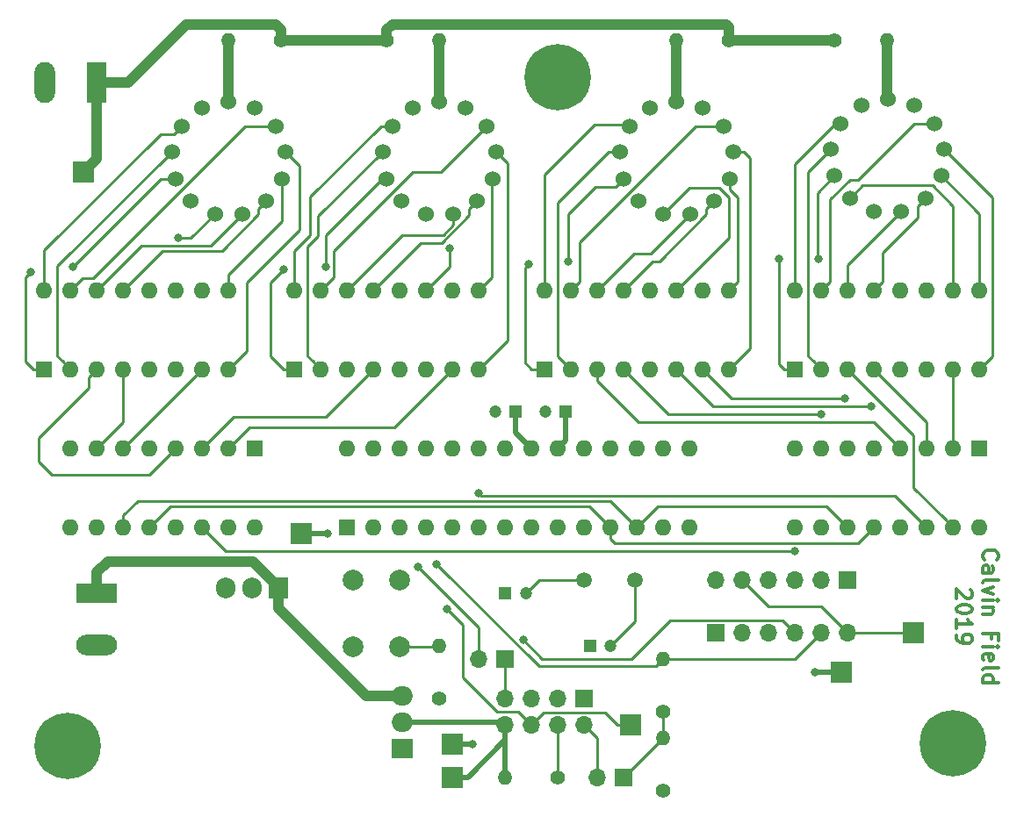
<source format=gbr>
G04 #@! TF.GenerationSoftware,KiCad,Pcbnew,(5.1.2)-1*
G04 #@! TF.CreationDate,2019-05-20T20:05:41-05:00*
G04 #@! TF.ProjectId,Nixie Tube Clock,4e697869-6520-4547-9562-6520436c6f63,rev?*
G04 #@! TF.SameCoordinates,Original*
G04 #@! TF.FileFunction,Copper,L1,Top*
G04 #@! TF.FilePolarity,Positive*
%FSLAX46Y46*%
G04 Gerber Fmt 4.6, Leading zero omitted, Abs format (unit mm)*
G04 Created by KiCad (PCBNEW (5.1.2)-1) date 2019-05-20 20:05:41*
%MOMM*%
%LPD*%
G04 APERTURE LIST*
%ADD10C,0.300000*%
%ADD11C,1.200000*%
%ADD12R,1.200000X1.200000*%
%ADD13R,1.700000X1.700000*%
%ADD14O,1.700000X1.700000*%
%ADD15O,3.960000X1.980000*%
%ADD16R,3.960000X1.980000*%
%ADD17R,1.980000X3.960000*%
%ADD18O,1.980000X3.960000*%
%ADD19C,1.524000*%
%ADD20C,1.400000*%
%ADD21O,1.400000X1.400000*%
%ADD22C,2.000000*%
%ADD23R,1.600000X1.600000*%
%ADD24O,1.600000X1.600000*%
%ADD25O,1.905000X2.000000*%
%ADD26R,1.905000X2.000000*%
%ADD27R,2.000000X1.905000*%
%ADD28O,2.000000X1.905000*%
%ADD29C,1.500000*%
%ADD30C,6.400000*%
%ADD31C,0.800000*%
%ADD32R,2.000000X2.000000*%
%ADD33C,0.500000*%
%ADD34C,0.250000*%
%ADD35C,1.000000*%
G04 APERTURE END LIST*
D10*
X109705285Y-70446000D02*
X109633857Y-70374571D01*
X109562428Y-70160285D01*
X109562428Y-70017428D01*
X109633857Y-69803142D01*
X109776714Y-69660285D01*
X109919571Y-69588857D01*
X110205285Y-69517428D01*
X110419571Y-69517428D01*
X110705285Y-69588857D01*
X110848142Y-69660285D01*
X110991000Y-69803142D01*
X111062428Y-70017428D01*
X111062428Y-70160285D01*
X110991000Y-70374571D01*
X110919571Y-70446000D01*
X109562428Y-71731714D02*
X110348142Y-71731714D01*
X110491000Y-71660285D01*
X110562428Y-71517428D01*
X110562428Y-71231714D01*
X110491000Y-71088857D01*
X109633857Y-71731714D02*
X109562428Y-71588857D01*
X109562428Y-71231714D01*
X109633857Y-71088857D01*
X109776714Y-71017428D01*
X109919571Y-71017428D01*
X110062428Y-71088857D01*
X110133857Y-71231714D01*
X110133857Y-71588857D01*
X110205285Y-71731714D01*
X109562428Y-72660285D02*
X109633857Y-72517428D01*
X109776714Y-72446000D01*
X111062428Y-72446000D01*
X110562428Y-73088857D02*
X109562428Y-73446000D01*
X110562428Y-73803142D01*
X109562428Y-74374571D02*
X110562428Y-74374571D01*
X111062428Y-74374571D02*
X110991000Y-74303142D01*
X110919571Y-74374571D01*
X110991000Y-74446000D01*
X111062428Y-74374571D01*
X110919571Y-74374571D01*
X110562428Y-75088857D02*
X109562428Y-75088857D01*
X110419571Y-75088857D02*
X110491000Y-75160285D01*
X110562428Y-75303142D01*
X110562428Y-75517428D01*
X110491000Y-75660285D01*
X110348142Y-75731714D01*
X109562428Y-75731714D01*
X110348142Y-78088857D02*
X110348142Y-77588857D01*
X109562428Y-77588857D02*
X111062428Y-77588857D01*
X111062428Y-78303142D01*
X109562428Y-78874571D02*
X110562428Y-78874571D01*
X111062428Y-78874571D02*
X110991000Y-78803142D01*
X110919571Y-78874571D01*
X110991000Y-78946000D01*
X111062428Y-78874571D01*
X110919571Y-78874571D01*
X109633857Y-80160285D02*
X109562428Y-80017428D01*
X109562428Y-79731714D01*
X109633857Y-79588857D01*
X109776714Y-79517428D01*
X110348142Y-79517428D01*
X110491000Y-79588857D01*
X110562428Y-79731714D01*
X110562428Y-80017428D01*
X110491000Y-80160285D01*
X110348142Y-80231714D01*
X110205285Y-80231714D01*
X110062428Y-79517428D01*
X109562428Y-81088857D02*
X109633857Y-80946000D01*
X109776714Y-80874571D01*
X111062428Y-80874571D01*
X109562428Y-82303142D02*
X111062428Y-82303142D01*
X109633857Y-82303142D02*
X109562428Y-82160285D01*
X109562428Y-81874571D01*
X109633857Y-81731714D01*
X109705285Y-81660285D01*
X109848142Y-81588857D01*
X110276714Y-81588857D01*
X110419571Y-81660285D01*
X110491000Y-81731714D01*
X110562428Y-81874571D01*
X110562428Y-82160285D01*
X110491000Y-82303142D01*
X108369571Y-73374571D02*
X108441000Y-73446000D01*
X108512428Y-73588857D01*
X108512428Y-73946000D01*
X108441000Y-74088857D01*
X108369571Y-74160285D01*
X108226714Y-74231714D01*
X108083857Y-74231714D01*
X107869571Y-74160285D01*
X107012428Y-73303142D01*
X107012428Y-74231714D01*
X108512428Y-75160285D02*
X108512428Y-75303142D01*
X108441000Y-75446000D01*
X108369571Y-75517428D01*
X108226714Y-75588857D01*
X107941000Y-75660285D01*
X107583857Y-75660285D01*
X107298142Y-75588857D01*
X107155285Y-75517428D01*
X107083857Y-75446000D01*
X107012428Y-75303142D01*
X107012428Y-75160285D01*
X107083857Y-75017428D01*
X107155285Y-74946000D01*
X107298142Y-74874571D01*
X107583857Y-74803142D01*
X107941000Y-74803142D01*
X108226714Y-74874571D01*
X108369571Y-74946000D01*
X108441000Y-75017428D01*
X108512428Y-75160285D01*
X107012428Y-77088857D02*
X107012428Y-76231714D01*
X107012428Y-76660285D02*
X108512428Y-76660285D01*
X108298142Y-76517428D01*
X108155285Y-76374571D01*
X108083857Y-76231714D01*
X107012428Y-77803142D02*
X107012428Y-78088857D01*
X107083857Y-78231714D01*
X107155285Y-78303142D01*
X107369571Y-78446000D01*
X107655285Y-78517428D01*
X108226714Y-78517428D01*
X108369571Y-78446000D01*
X108441000Y-78374571D01*
X108512428Y-78231714D01*
X108512428Y-77946000D01*
X108441000Y-77803142D01*
X108369571Y-77731714D01*
X108226714Y-77660285D01*
X107869571Y-77660285D01*
X107726714Y-77731714D01*
X107655285Y-77803142D01*
X107583857Y-77946000D01*
X107583857Y-78231714D01*
X107655285Y-78374571D01*
X107726714Y-78446000D01*
X107869571Y-78517428D01*
D11*
X67342000Y-56134000D03*
D12*
X69342000Y-56134000D03*
D13*
X83820000Y-77470000D03*
D14*
X86360000Y-77470000D03*
X88900000Y-77470000D03*
X91440000Y-77470000D03*
X93980000Y-77470000D03*
X96520000Y-77470000D03*
X83820000Y-72390000D03*
X86360000Y-72390000D03*
X88900000Y-72390000D03*
X91440000Y-72390000D03*
X93980000Y-72390000D03*
D13*
X96520000Y-72390000D03*
D15*
X24130000Y-78660000D03*
D16*
X24130000Y-73660000D03*
D17*
X24130000Y-24384000D03*
D18*
X19130000Y-24384000D03*
D13*
X71120000Y-83820000D03*
D14*
X71120000Y-86360000D03*
X68580000Y-83820000D03*
X68580000Y-86360000D03*
X66040000Y-83820000D03*
X66040000Y-86360000D03*
X63500000Y-83820000D03*
X63500000Y-86360000D03*
D13*
X74930000Y-91440000D03*
D14*
X72390000Y-91440000D03*
D13*
X63500000Y-80010000D03*
D14*
X60960000Y-80010000D03*
D19*
X97825000Y-26630000D03*
X95232000Y-33439000D03*
X96729000Y-35606000D03*
X94916000Y-30827000D03*
X95848730Y-28366000D03*
X102925000Y-26630000D03*
X105518000Y-33439000D03*
X99060000Y-36830000D03*
X101692000Y-36830000D03*
X104022000Y-35606000D03*
X105834000Y-30827000D03*
X104901270Y-28366000D03*
X100375000Y-25990000D03*
X80010000Y-26250000D03*
X84536270Y-28626000D03*
X85469000Y-31087000D03*
X83657000Y-35866000D03*
X81327000Y-37090000D03*
X78695000Y-37090000D03*
X85153000Y-33699000D03*
X82560000Y-26890000D03*
X75483730Y-28626000D03*
X74551000Y-31087000D03*
X76364000Y-35866000D03*
X74867000Y-33699000D03*
X77460000Y-26890000D03*
X57150000Y-26250000D03*
X61676270Y-28626000D03*
X62609000Y-31087000D03*
X60797000Y-35866000D03*
X58467000Y-37090000D03*
X55835000Y-37090000D03*
X62293000Y-33699000D03*
X59700000Y-26890000D03*
X52623730Y-28626000D03*
X51691000Y-31087000D03*
X53504000Y-35866000D03*
X52007000Y-33699000D03*
X54600000Y-26890000D03*
X34280000Y-26890000D03*
X31687000Y-33699000D03*
X33184000Y-35866000D03*
X31371000Y-31087000D03*
X32303730Y-28626000D03*
X39380000Y-26890000D03*
X41973000Y-33699000D03*
X35515000Y-37090000D03*
X38147000Y-37090000D03*
X40477000Y-35866000D03*
X42289000Y-31087000D03*
X41356270Y-28626000D03*
X36830000Y-26250000D03*
D20*
X57150000Y-83820000D03*
D21*
X57150000Y-78740000D03*
D20*
X78740000Y-85090000D03*
D21*
X78740000Y-80010000D03*
X78740000Y-87630000D03*
D20*
X78740000Y-92710000D03*
X95250000Y-20320000D03*
D21*
X100330000Y-20320000D03*
X80010000Y-20320000D03*
D20*
X85090000Y-20320000D03*
X52070000Y-20320000D03*
D21*
X57150000Y-20320000D03*
X36830000Y-20320000D03*
D20*
X41910000Y-20320000D03*
D22*
X48840000Y-72390000D03*
X53340000Y-72390000D03*
X48840000Y-78890000D03*
X53340000Y-78890000D03*
D23*
X48260000Y-67310000D03*
D24*
X81280000Y-59690000D03*
X50800000Y-67310000D03*
X78740000Y-59690000D03*
X53340000Y-67310000D03*
X76200000Y-59690000D03*
X55880000Y-67310000D03*
X73660000Y-59690000D03*
X58420000Y-67310000D03*
X71120000Y-59690000D03*
X60960000Y-67310000D03*
X68580000Y-59690000D03*
X63500000Y-67310000D03*
X66040000Y-59690000D03*
X66040000Y-67310000D03*
X63500000Y-59690000D03*
X68580000Y-67310000D03*
X60960000Y-59690000D03*
X71120000Y-67310000D03*
X58420000Y-59690000D03*
X73660000Y-67310000D03*
X55880000Y-59690000D03*
X76200000Y-67310000D03*
X53340000Y-59690000D03*
X78740000Y-67310000D03*
X50800000Y-59690000D03*
X81280000Y-67310000D03*
X48260000Y-59690000D03*
D25*
X36576000Y-73152000D03*
X39116000Y-73152000D03*
D26*
X41656000Y-73152000D03*
D27*
X53594000Y-88646000D03*
D28*
X53594000Y-86106000D03*
X53594000Y-83566000D03*
D23*
X109220000Y-59690000D03*
D24*
X91440000Y-67310000D03*
X106680000Y-59690000D03*
X93980000Y-67310000D03*
X104140000Y-59690000D03*
X96520000Y-67310000D03*
X101600000Y-59690000D03*
X99060000Y-67310000D03*
X99060000Y-59690000D03*
X101600000Y-67310000D03*
X96520000Y-59690000D03*
X104140000Y-67310000D03*
X93980000Y-59690000D03*
X106680000Y-67310000D03*
X91440000Y-59690000D03*
X109220000Y-67310000D03*
X91440000Y-44450000D03*
X109220000Y-52070000D03*
X93980000Y-44450000D03*
X106680000Y-52070000D03*
X96520000Y-44450000D03*
X104140000Y-52070000D03*
X99060000Y-44450000D03*
X101600000Y-52070000D03*
X101600000Y-44450000D03*
X99060000Y-52070000D03*
X104140000Y-44450000D03*
X96520000Y-52070000D03*
X106680000Y-44450000D03*
X93980000Y-52070000D03*
X109220000Y-44450000D03*
D23*
X91440000Y-52070000D03*
D24*
X67310000Y-44450000D03*
X85090000Y-52070000D03*
X69850000Y-44450000D03*
X82550000Y-52070000D03*
X72390000Y-44450000D03*
X80010000Y-52070000D03*
X74930000Y-44450000D03*
X77470000Y-52070000D03*
X77470000Y-44450000D03*
X74930000Y-52070000D03*
X80010000Y-44450000D03*
X72390000Y-52070000D03*
X82550000Y-44450000D03*
X69850000Y-52070000D03*
X85090000Y-44450000D03*
D23*
X67310000Y-52070000D03*
D24*
X39370000Y-67310000D03*
X21590000Y-59690000D03*
X36830000Y-67310000D03*
X24130000Y-59690000D03*
X34290000Y-67310000D03*
X26670000Y-59690000D03*
X31750000Y-67310000D03*
X29210000Y-59690000D03*
X29210000Y-67310000D03*
X31750000Y-59690000D03*
X26670000Y-67310000D03*
X34290000Y-59690000D03*
X24130000Y-67310000D03*
X36830000Y-59690000D03*
X21590000Y-67310000D03*
D23*
X39370000Y-59690000D03*
X43180000Y-52070000D03*
D24*
X60960000Y-44450000D03*
X45720000Y-52070000D03*
X58420000Y-44450000D03*
X48260000Y-52070000D03*
X55880000Y-44450000D03*
X50800000Y-52070000D03*
X53340000Y-44450000D03*
X53340000Y-52070000D03*
X50800000Y-44450000D03*
X55880000Y-52070000D03*
X48260000Y-44450000D03*
X58420000Y-52070000D03*
X45720000Y-44450000D03*
X60960000Y-52070000D03*
X43180000Y-44450000D03*
D23*
X19050000Y-52070000D03*
D24*
X36830000Y-44450000D03*
X21590000Y-52070000D03*
X34290000Y-44450000D03*
X24130000Y-52070000D03*
X31750000Y-44450000D03*
X26670000Y-52070000D03*
X29210000Y-44450000D03*
X29210000Y-52070000D03*
X26670000Y-44450000D03*
X31750000Y-52070000D03*
X24130000Y-44450000D03*
X34290000Y-52070000D03*
X21590000Y-44450000D03*
X36830000Y-52070000D03*
X19050000Y-44450000D03*
D29*
X71120000Y-72390000D03*
X76000000Y-72390000D03*
D20*
X68580000Y-91440000D03*
D21*
X63500000Y-91440000D03*
D12*
X63500000Y-73660000D03*
D11*
X65500000Y-73660000D03*
D12*
X64516000Y-56134000D03*
D11*
X62516000Y-56134000D03*
D12*
X71660000Y-78740000D03*
D11*
X73660000Y-78740000D03*
D30*
X21336000Y-88392000D03*
D31*
X23736000Y-88392000D03*
X23033056Y-90089056D03*
X21336000Y-90792000D03*
X19638944Y-90089056D03*
X18936000Y-88392000D03*
X19638944Y-86694944D03*
X21336000Y-85992000D03*
X23033056Y-86694944D03*
D30*
X106680000Y-88138000D03*
D31*
X109080000Y-88138000D03*
X108377056Y-89835056D03*
X106680000Y-90538000D03*
X104982944Y-89835056D03*
X104280000Y-88138000D03*
X104982944Y-86440944D03*
X106680000Y-85738000D03*
X108377056Y-86440944D03*
X70277056Y-22178944D03*
X68580000Y-21476000D03*
X66882944Y-22178944D03*
X66180000Y-23876000D03*
X66882944Y-25573056D03*
X68580000Y-26276000D03*
X70277056Y-25573056D03*
X70980000Y-23876000D03*
D30*
X68580000Y-23876000D03*
D32*
X102870000Y-77470000D03*
X43815000Y-67945000D03*
X22860000Y-33020000D03*
X95885000Y-81280000D03*
X58420000Y-88265000D03*
X75565000Y-86360000D03*
X58420000Y-91440000D03*
D31*
X93345000Y-81280000D03*
X60325000Y-88265000D03*
X55118000Y-71120000D03*
X65282653Y-78227347D03*
X56896000Y-70866000D03*
X46355000Y-67945000D03*
X57912000Y-75184000D03*
X93726000Y-41402000D03*
X89916000Y-41402000D03*
X69596000Y-41656000D03*
X65786000Y-41910000D03*
X58166000Y-40386000D03*
X46228000Y-42164000D03*
X42164000Y-42418000D03*
X21844000Y-42164000D03*
X17780000Y-42672000D03*
X32004000Y-39407000D03*
X60960000Y-64008000D03*
X91440000Y-69596000D03*
X98806000Y-55626000D03*
X96266000Y-54864000D03*
X93980000Y-56388000D03*
D33*
X95885000Y-81280000D02*
X93345000Y-81280000D01*
X64516000Y-58166000D02*
X66040000Y-59690000D01*
X64516000Y-56134000D02*
X64516000Y-58166000D01*
X69342000Y-58928000D02*
X68580000Y-59690000D01*
X69342000Y-56134000D02*
X69342000Y-58928000D01*
X58420000Y-88265000D02*
X60325000Y-88265000D01*
D34*
X66770000Y-72390000D02*
X71120000Y-72390000D01*
X65500000Y-73660000D02*
X66770000Y-72390000D01*
X76000000Y-76400000D02*
X76000000Y-72390000D01*
X73660000Y-78740000D02*
X76000000Y-76400000D01*
X60960000Y-80010000D02*
X60960000Y-76962000D01*
X60960000Y-76962000D02*
X55118000Y-71120000D01*
X67065306Y-80010000D02*
X65282653Y-78227347D01*
X75692000Y-80010000D02*
X67065306Y-80010000D01*
X79407001Y-76294999D02*
X75692000Y-80010000D01*
X91440000Y-77470000D02*
X90264999Y-76294999D01*
X90264999Y-76294999D02*
X79407001Y-76294999D01*
X66739999Y-80709999D02*
X78040001Y-80709999D01*
X78040001Y-80709999D02*
X78740000Y-80010000D01*
X56896000Y-70866000D02*
X66739999Y-80709999D01*
X91440000Y-80010000D02*
X78740000Y-80010000D01*
X93980000Y-77470000D02*
X91440000Y-80010000D01*
X57000000Y-78890000D02*
X57150000Y-78740000D01*
X53340000Y-78890000D02*
X57000000Y-78890000D01*
X87209999Y-73239999D02*
X86360000Y-72390000D01*
X88900000Y-74930000D02*
X87209999Y-73239999D01*
X96520000Y-77470000D02*
X93980000Y-74930000D01*
X93980000Y-74930000D02*
X88900000Y-74930000D01*
X101620000Y-77470000D02*
X96520000Y-77470000D01*
X102870000Y-77470000D02*
X101620000Y-77470000D01*
D35*
X24130000Y-71670000D02*
X25188000Y-70612000D01*
X24130000Y-73660000D02*
X24130000Y-71670000D01*
X41656000Y-73104500D02*
X41656000Y-73152000D01*
X39163500Y-70612000D02*
X41656000Y-73104500D01*
X25188000Y-70612000D02*
X39163500Y-70612000D01*
X41656000Y-75152000D02*
X41656000Y-73152000D01*
X50070000Y-83566000D02*
X41656000Y-75152000D01*
X53594000Y-83566000D02*
X50070000Y-83566000D01*
D33*
X43815000Y-67945000D02*
X46355000Y-67945000D01*
D35*
X41910000Y-20320000D02*
X52070000Y-20320000D01*
X95250000Y-20320000D02*
X85090000Y-20320000D01*
X41375949Y-18796000D02*
X32724000Y-18796000D01*
X41910000Y-20320000D02*
X41910000Y-19330051D01*
X41910000Y-19330051D02*
X41375949Y-18796000D01*
X85090000Y-19050000D02*
X85090000Y-20320000D01*
X84836000Y-18796000D02*
X85090000Y-19050000D01*
X52604051Y-18796000D02*
X84836000Y-18796000D01*
X52070000Y-20320000D02*
X52070000Y-19330051D01*
X52070000Y-19330051D02*
X52604051Y-18796000D01*
X27136000Y-24384000D02*
X24130000Y-24384000D01*
X32724000Y-18796000D02*
X27136000Y-24384000D01*
X24130000Y-31750000D02*
X22860000Y-33020000D01*
X24130000Y-24384000D02*
X24130000Y-31750000D01*
D34*
X68580000Y-90450051D02*
X68580000Y-86360000D01*
X68580000Y-91440000D02*
X68580000Y-90450051D01*
X59436000Y-76708000D02*
X57912000Y-75184000D01*
X59436000Y-81788000D02*
X59436000Y-76708000D01*
X62738000Y-85090000D02*
X59436000Y-81788000D01*
X66040000Y-86360000D02*
X64770000Y-85090000D01*
X64770000Y-85090000D02*
X62738000Y-85090000D01*
X66889999Y-85510001D02*
X66040000Y-86360000D01*
X67215001Y-85184999D02*
X66889999Y-85510001D01*
X73139999Y-85184999D02*
X67215001Y-85184999D01*
X74315000Y-86360000D02*
X73139999Y-85184999D01*
X75565000Y-86360000D02*
X74315000Y-86360000D01*
D33*
X63246000Y-86106000D02*
X63500000Y-86360000D01*
X53594000Y-86106000D02*
X63246000Y-86106000D01*
X63500000Y-87562081D02*
X63500000Y-86360000D01*
X63500000Y-87860000D02*
X63500000Y-87562081D01*
X59920000Y-91440000D02*
X63500000Y-87860000D01*
X58420000Y-91440000D02*
X59920000Y-91440000D01*
X63500000Y-86360000D02*
X63500000Y-91440000D01*
D34*
X78740000Y-86079949D02*
X78740000Y-87630000D01*
X78740000Y-85090000D02*
X78740000Y-86079949D01*
X78740000Y-87630000D02*
X74930000Y-91440000D01*
X95232000Y-33439000D02*
X93619000Y-35052000D01*
X93619000Y-35052000D02*
X93619000Y-41295000D01*
X93619000Y-41295000D02*
X93726000Y-41402000D01*
X90390000Y-52070000D02*
X91440000Y-52070000D01*
X89916000Y-51596000D02*
X90390000Y-52070000D01*
X89916000Y-41402000D02*
X89916000Y-51596000D01*
X106680000Y-43318630D02*
X106680000Y-44450000D01*
X106680000Y-36322000D02*
X106680000Y-43318630D01*
X104718881Y-34360881D02*
X106680000Y-36322000D01*
X96729000Y-35606000D02*
X97974119Y-34360881D01*
X97974119Y-34360881D02*
X104718881Y-34360881D01*
X93180001Y-51270001D02*
X93980000Y-52070000D01*
X92710000Y-50800000D02*
X93180001Y-51270001D01*
X94916000Y-30827000D02*
X92710000Y-33033000D01*
X92710000Y-33033000D02*
X92710000Y-50800000D01*
X91440000Y-32258000D02*
X91440000Y-44450000D01*
X95848730Y-28366000D02*
X95332000Y-28366000D01*
X95332000Y-28366000D02*
X91440000Y-32258000D01*
X109220000Y-37141000D02*
X109220000Y-44450000D01*
X105518000Y-33439000D02*
X109220000Y-37141000D01*
X96520000Y-42002000D02*
X96520000Y-44450000D01*
X101692000Y-36830000D02*
X96520000Y-42002000D01*
X99859999Y-43650001D02*
X99060000Y-44450000D01*
X99859999Y-40856001D02*
X99859999Y-43650001D01*
X103260001Y-37455999D02*
X99859999Y-40856001D01*
X104022000Y-35606000D02*
X103260001Y-36367999D01*
X103260001Y-36367999D02*
X103260001Y-37455999D01*
X110019999Y-51270001D02*
X109220000Y-52070000D01*
X110490000Y-50800000D02*
X110019999Y-51270001D01*
X105834000Y-30827000D02*
X110490000Y-35483000D01*
X110490000Y-35483000D02*
X110490000Y-50800000D01*
X94827119Y-43602881D02*
X93980000Y-44450000D01*
X94827119Y-35687000D02*
X94827119Y-43602881D01*
X96732119Y-33782000D02*
X94827119Y-35687000D01*
X97536000Y-33782000D02*
X96732119Y-33782000D01*
X104901270Y-28366000D02*
X102952000Y-28366000D01*
X102952000Y-28366000D02*
X97536000Y-33782000D01*
D35*
X100330000Y-25945000D02*
X100375000Y-25990000D01*
X100330000Y-20320000D02*
X100330000Y-25945000D01*
X80010000Y-20320000D02*
X80010000Y-26250000D01*
D34*
X70649999Y-43650001D02*
X69850000Y-44450000D01*
X70649999Y-39840001D02*
X70649999Y-43650001D01*
X84536270Y-28626000D02*
X81864000Y-28626000D01*
X81864000Y-28626000D02*
X70649999Y-39840001D01*
X87122000Y-50038000D02*
X85090000Y-52070000D01*
X87122000Y-31662370D02*
X87122000Y-50038000D01*
X85469000Y-31087000D02*
X86546630Y-31087000D01*
X86546630Y-31087000D02*
X87122000Y-31662370D01*
X82895001Y-37130761D02*
X78369762Y-41656000D01*
X83657000Y-35866000D02*
X82895001Y-36627999D01*
X82895001Y-36627999D02*
X82895001Y-37130761D01*
X77724000Y-41656000D02*
X74930000Y-44450000D01*
X78369762Y-41656000D02*
X77724000Y-41656000D01*
X80565001Y-37851999D02*
X81327000Y-37090000D01*
X77523000Y-40894000D02*
X80565001Y-37851999D01*
X72390000Y-44450000D02*
X75946000Y-40894000D01*
X75946000Y-40894000D02*
X77523000Y-40894000D01*
X80809999Y-43650001D02*
X80010000Y-44450000D01*
X85090000Y-39370000D02*
X80809999Y-43650001D01*
X85090000Y-35498119D02*
X85090000Y-39370000D01*
X84135881Y-34544000D02*
X85090000Y-35498119D01*
X78695000Y-37090000D02*
X81241000Y-34544000D01*
X81241000Y-34544000D02*
X84135881Y-34544000D01*
X85889999Y-43650001D02*
X85090000Y-44450000D01*
X85889999Y-35513629D02*
X85889999Y-43650001D01*
X85153000Y-34776630D02*
X85889999Y-35513629D01*
X85153000Y-33699000D02*
X85153000Y-34776630D01*
X67310000Y-33274000D02*
X67310000Y-44450000D01*
X72136000Y-28448000D02*
X67310000Y-33274000D01*
X75483730Y-28626000D02*
X75305730Y-28448000D01*
X75305730Y-28448000D02*
X72136000Y-28448000D01*
X73473370Y-31087000D02*
X68580000Y-35980370D01*
X74551000Y-31087000D02*
X73473370Y-31087000D01*
X68580000Y-50800000D02*
X69850000Y-52070000D01*
X68580000Y-35980370D02*
X68580000Y-50800000D01*
X74105001Y-34460999D02*
X72219001Y-34460999D01*
X74867000Y-33699000D02*
X74105001Y-34460999D01*
X72219001Y-34460999D02*
X69596000Y-37084000D01*
X69596000Y-37084000D02*
X69596000Y-41656000D01*
X65386001Y-42309999D02*
X65386001Y-51416001D01*
X65786000Y-41910000D02*
X65386001Y-42309999D01*
X66040000Y-52070000D02*
X67310000Y-52070000D01*
X65386001Y-51416001D02*
X66040000Y-52070000D01*
D35*
X57150000Y-20320000D02*
X57150000Y-26250000D01*
D34*
X46519999Y-43650001D02*
X45720000Y-44450000D01*
X46953001Y-43216999D02*
X46519999Y-43650001D01*
X46953001Y-40676999D02*
X46953001Y-43216999D01*
X54610000Y-33020000D02*
X46953001Y-40676999D01*
X61676270Y-28626000D02*
X57282270Y-33020000D01*
X57282270Y-33020000D02*
X54610000Y-33020000D01*
X63754000Y-49276000D02*
X60960000Y-52070000D01*
X62609000Y-31087000D02*
X63754000Y-32232000D01*
X63754000Y-32232000D02*
X63754000Y-49276000D01*
X60035001Y-37236039D02*
X57393040Y-39878000D01*
X60797000Y-35866000D02*
X60035001Y-36627999D01*
X60035001Y-36627999D02*
X60035001Y-37236039D01*
X55372000Y-39878000D02*
X50800000Y-44450000D01*
X57393040Y-39878000D02*
X55372000Y-39878000D01*
X58467000Y-38167630D02*
X57518630Y-39116000D01*
X58467000Y-37090000D02*
X58467000Y-38167630D01*
X53594000Y-39116000D02*
X48260000Y-44450000D01*
X57518630Y-39116000D02*
X53594000Y-39116000D01*
X58166000Y-42164000D02*
X55880000Y-44450000D01*
X58166000Y-40386000D02*
X58166000Y-42164000D01*
X61759999Y-43650001D02*
X60960000Y-44450000D01*
X62230000Y-43180000D02*
X61759999Y-43650001D01*
X62293000Y-33699000D02*
X62230000Y-33762000D01*
X62230000Y-33762000D02*
X62230000Y-43180000D01*
X51546100Y-28626000D02*
X52623730Y-28626000D01*
X44704000Y-35468100D02*
X51546100Y-28626000D01*
X44704000Y-39116000D02*
X44704000Y-35468100D01*
X43180000Y-44450000D02*
X43180000Y-40640000D01*
X43180000Y-40640000D02*
X44704000Y-39116000D01*
X44920001Y-51270001D02*
X45720000Y-52070000D01*
X44450000Y-50800000D02*
X44920001Y-51270001D01*
X44450000Y-40257590D02*
X44450000Y-50800000D01*
X45466000Y-39241590D02*
X44450000Y-40257590D01*
X51691000Y-31087000D02*
X45466000Y-37312000D01*
X45466000Y-37312000D02*
X45466000Y-39241590D01*
X42130000Y-52070000D02*
X43180000Y-52070000D01*
X40894000Y-50834000D02*
X42130000Y-52070000D01*
X40894000Y-43688000D02*
X40894000Y-50834000D01*
X42164000Y-42418000D02*
X40894000Y-43688000D01*
X46228000Y-39116000D02*
X46228000Y-42164000D01*
X51645000Y-33699000D02*
X46228000Y-39116000D01*
X52007000Y-33699000D02*
X51645000Y-33699000D01*
X31687000Y-33699000D02*
X30309000Y-33699000D01*
X30309000Y-33699000D02*
X21844000Y-42164000D01*
X18000000Y-52070000D02*
X19050000Y-52070000D01*
X17272000Y-51342000D02*
X18000000Y-52070000D01*
X17272000Y-43180000D02*
X17272000Y-51342000D01*
X17780000Y-42672000D02*
X17272000Y-43180000D01*
X20790001Y-51270001D02*
X21590000Y-52070000D01*
X20320000Y-50800000D02*
X20790001Y-51270001D01*
X31371000Y-31087000D02*
X20320000Y-42138000D01*
X20320000Y-42138000D02*
X20320000Y-50800000D01*
X19050000Y-43318630D02*
X19050000Y-44450000D01*
X19050000Y-40584619D02*
X19050000Y-43318630D01*
X30246620Y-29387999D02*
X19050000Y-40584619D01*
X32303730Y-28626000D02*
X31541731Y-29387999D01*
X31541731Y-29387999D02*
X30246620Y-29387999D01*
X36830000Y-42926000D02*
X36830000Y-44450000D01*
X41973000Y-33699000D02*
X41973000Y-37783000D01*
X41973000Y-37783000D02*
X36830000Y-42926000D01*
X35515000Y-37090000D02*
X33198000Y-39407000D01*
X33198000Y-39407000D02*
X32004000Y-39407000D01*
X28448000Y-40132000D02*
X24130000Y-44450000D01*
X38147000Y-37090000D02*
X35105000Y-40132000D01*
X35105000Y-40132000D02*
X28448000Y-40132000D01*
X39715001Y-37130761D02*
X36205762Y-40640000D01*
X40477000Y-35866000D02*
X39715001Y-36627999D01*
X39715001Y-36627999D02*
X39715001Y-37130761D01*
X30480000Y-40640000D02*
X26670000Y-44450000D01*
X36205762Y-40640000D02*
X30480000Y-40640000D01*
X43688000Y-32486000D02*
X43688000Y-38608000D01*
X42289000Y-31087000D02*
X43688000Y-32486000D01*
X43688000Y-38608000D02*
X38608000Y-43688000D01*
X38608000Y-50292000D02*
X36830000Y-52070000D01*
X38608000Y-43688000D02*
X38608000Y-50292000D01*
X22389999Y-43650001D02*
X21590000Y-44450000D01*
X22715001Y-43324999D02*
X22389999Y-43650001D01*
X23731001Y-43324999D02*
X22715001Y-43324999D01*
X41356270Y-28626000D02*
X38430000Y-28626000D01*
X38430000Y-28626000D02*
X23731001Y-43324999D01*
D35*
X36830000Y-20320000D02*
X36830000Y-26250000D01*
D34*
X61214000Y-64262000D02*
X60960000Y-64008000D01*
X104140000Y-67310000D02*
X101092000Y-64262000D01*
X101092000Y-64262000D02*
X61214000Y-64262000D01*
X29210000Y-67310000D02*
X31242000Y-65278000D01*
X31242000Y-65278000D02*
X71628000Y-65278000D01*
X71628000Y-65278000D02*
X73660000Y-67310000D01*
X97536000Y-68834000D02*
X99060000Y-67310000D01*
X74052630Y-68834000D02*
X97536000Y-68834000D01*
X73660000Y-67310000D02*
X73660000Y-68441370D01*
X73660000Y-68441370D02*
X74052630Y-68834000D01*
X76200000Y-67310000D02*
X78232000Y-65278000D01*
X94488000Y-65278000D02*
X96520000Y-67310000D01*
X78232000Y-65278000D02*
X94488000Y-65278000D01*
X26670000Y-67310000D02*
X26670000Y-66178630D01*
X26670000Y-66178630D02*
X28078630Y-64770000D01*
X28078630Y-64770000D02*
X73660000Y-64770000D01*
X73660000Y-64770000D02*
X76200000Y-67310000D01*
X34290000Y-67310000D02*
X36576000Y-69596000D01*
X36576000Y-69596000D02*
X90874315Y-69596000D01*
X90874315Y-69596000D02*
X91440000Y-69596000D01*
X106680000Y-52070000D02*
X106680000Y-59690000D01*
X104140000Y-57150000D02*
X104140000Y-59690000D01*
X99060000Y-52070000D02*
X104140000Y-57150000D01*
X72390000Y-53201370D02*
X76338630Y-57150000D01*
X72390000Y-52070000D02*
X72390000Y-53201370D01*
X99060000Y-57150000D02*
X101600000Y-59690000D01*
X76338630Y-57150000D02*
X99060000Y-57150000D01*
X98240315Y-55626000D02*
X98806000Y-55626000D01*
X83566000Y-55626000D02*
X98240315Y-55626000D01*
X80010000Y-52070000D02*
X83566000Y-55626000D01*
X82550000Y-52070000D02*
X85344000Y-54864000D01*
X95700315Y-54864000D02*
X96266000Y-54864000D01*
X85344000Y-54864000D02*
X95700315Y-54864000D01*
X74930000Y-52070000D02*
X79248000Y-56388000D01*
X79248000Y-56388000D02*
X93980000Y-56388000D01*
X105880001Y-66510001D02*
X106680000Y-67310000D01*
X102870000Y-63500000D02*
X105880001Y-66510001D01*
X96520000Y-52070000D02*
X102870000Y-58420000D01*
X102870000Y-58420000D02*
X102870000Y-63500000D01*
X26670000Y-57150000D02*
X26670000Y-52070000D01*
X24130000Y-59690000D02*
X26670000Y-57150000D01*
X27469999Y-58890001D02*
X34290000Y-52070000D01*
X26670000Y-59690000D02*
X27469999Y-58890001D01*
X23330001Y-52869999D02*
X23330001Y-53885999D01*
X24130000Y-52070000D02*
X23330001Y-52869999D01*
X23330001Y-53885999D02*
X18542000Y-58674000D01*
X18542000Y-58674000D02*
X18542000Y-60960000D01*
X18542000Y-60960000D02*
X19812000Y-62230000D01*
X29210000Y-62230000D02*
X29464000Y-61976000D01*
X19812000Y-62230000D02*
X29210000Y-62230000D01*
X31750000Y-59690000D02*
X29464000Y-61976000D01*
X34290000Y-59690000D02*
X37338000Y-56642000D01*
X46228000Y-56642000D02*
X50800000Y-52070000D01*
X37338000Y-56642000D02*
X46228000Y-56642000D01*
X36830000Y-59690000D02*
X38862000Y-57658000D01*
X52832000Y-57658000D02*
X58420000Y-52070000D01*
X38862000Y-57658000D02*
X52832000Y-57658000D01*
X72390000Y-87630000D02*
X71120000Y-86360000D01*
X72390000Y-91440000D02*
X72390000Y-87630000D01*
X63500000Y-81110000D02*
X63500000Y-83820000D01*
X63500000Y-80010000D02*
X63500000Y-81110000D01*
M02*

</source>
